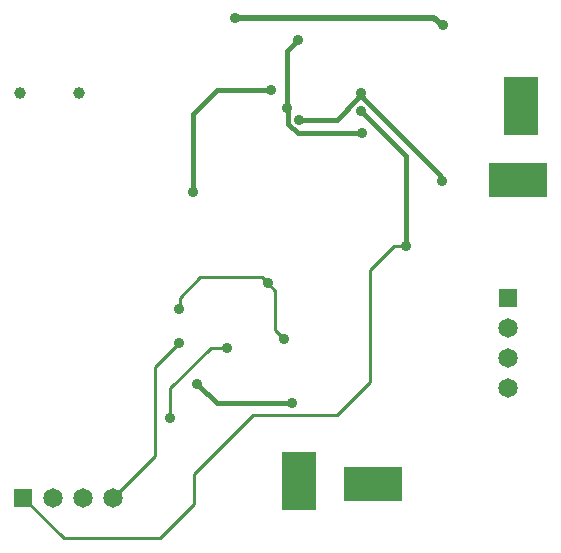
<source format=gbr>
G04*
G04 #@! TF.GenerationSoftware,Altium Limited,Altium Designer,24.9.1 (31)*
G04*
G04 Layer_Physical_Order=2*
G04 Layer_Color=16711680*
%FSLAX44Y44*%
%MOMM*%
G71*
G04*
G04 #@! TF.SameCoordinates,A5FDB0DF-61DD-428A-86FC-16637F0B46B7*
G04*
G04*
G04 #@! TF.FilePolarity,Positive*
G04*
G01*
G75*
%ADD55C,0.5080*%
%ADD56C,0.4064*%
%ADD57C,0.3810*%
%ADD58C,0.2540*%
%ADD62C,1.0000*%
%ADD63R,5.0000X3.0000*%
%ADD64R,3.0000X5.0000*%
%ADD65R,1.6500X1.6500*%
%ADD66C,1.6500*%
%ADD67R,1.6500X1.6500*%
%ADD68C,0.8890*%
D55*
X885190Y958850D02*
X1054339D01*
X1060689Y952500D02*
X1061720D01*
X1054339Y958850D02*
X1060689Y952500D01*
D56*
X938530Y861060D02*
X993140D01*
X930563Y869027D02*
Y881727D01*
Y869027D02*
X938530Y861060D01*
X929640Y882650D02*
X930563Y881727D01*
X993897Y890783D02*
X1059235Y825445D01*
X991870Y893632D02*
X993897Y891605D01*
X1059235Y821635D02*
Y825445D01*
D57*
X939800Y872490D02*
X971550D01*
X989843Y891605D02*
X991048Y892810D01*
X971550Y872490D02*
X989843Y890783D01*
X936871Y938141D02*
X938471D01*
X929640Y930910D02*
X936871Y938141D01*
X929640Y882650D02*
Y930910D01*
X938471Y938141D02*
X938530Y938082D01*
X869950Y632460D02*
X933450D01*
X853310Y649100D02*
X869950Y632460D01*
X1029970Y765810D02*
Y842010D01*
X991870Y880110D02*
X1029970Y842010D01*
X849630Y877570D02*
X869950Y897890D01*
X849630Y811530D02*
Y877570D01*
X869950Y897890D02*
X915670D01*
D58*
X991048Y892810D02*
X991870D01*
X989843Y890783D02*
Y891605D01*
X938530Y938082D02*
Y939800D01*
X900430Y622300D02*
X971550D01*
X850900Y572770D02*
X900430Y622300D01*
X971550D02*
X999490Y650240D01*
X850900Y547370D02*
Y572770D01*
X830580Y619760D02*
Y645160D01*
X864870Y679450D02*
X878840D01*
X830580Y645160D02*
X864870Y679450D01*
X817880Y662940D02*
X838200Y683260D01*
X817880Y588010D02*
Y662940D01*
X782320Y552450D02*
X817880Y588010D01*
X919480Y694690D02*
X927100Y687070D01*
X913130Y734060D02*
X919480Y727710D01*
Y694690D02*
Y727710D01*
X908050Y739140D02*
X913130Y734060D01*
X838835Y721995D02*
X855980Y739140D01*
X838835Y713105D02*
Y721995D01*
X838200Y712470D02*
X838835Y713105D01*
X855980Y739140D02*
X908050D01*
X740410Y518160D02*
X821690D01*
X850900Y547370D01*
X706120Y552450D02*
X740410Y518160D01*
X999490Y650240D02*
Y745490D01*
X1019810Y765810D01*
X1029970D01*
X1059235Y821635D02*
X1060450Y820420D01*
X993897Y890783D02*
Y891605D01*
X991870Y893632D02*
Y895350D01*
D62*
X703110D02*
D03*
X753110D02*
D03*
D63*
X1125220Y821690D02*
D03*
X1002030Y563880D02*
D03*
D64*
X1127760Y883920D02*
D03*
X939800Y566420D02*
D03*
D65*
X1116330Y721360D02*
D03*
D66*
Y695960D02*
D03*
Y670560D02*
D03*
Y645160D02*
D03*
X731520Y552450D02*
D03*
X756920D02*
D03*
X782320D02*
D03*
D67*
X706120D02*
D03*
D68*
X885190Y958850D02*
D03*
X939800Y872490D02*
D03*
X929640Y882650D02*
D03*
X938530Y939800D02*
D03*
X933450Y632460D02*
D03*
X853310Y649100D02*
D03*
X838200Y683260D02*
D03*
X878840Y679450D02*
D03*
X830580Y619760D02*
D03*
X838200Y712470D02*
D03*
X913130Y734060D02*
D03*
X927100Y687070D02*
D03*
X1029970Y765810D02*
D03*
X991870Y880110D02*
D03*
X993140Y861060D02*
D03*
X849630Y811530D02*
D03*
X915670Y897890D02*
D03*
X991870Y895350D02*
D03*
X1060450Y820420D02*
D03*
X1061720Y952500D02*
D03*
M02*

</source>
